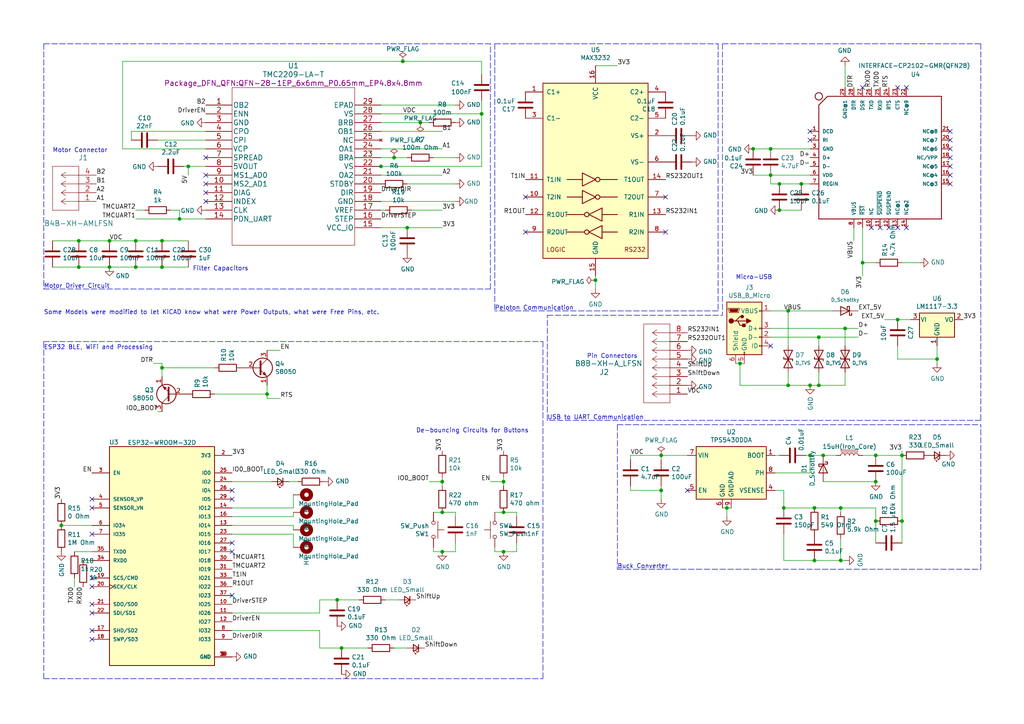
<source format=kicad_sch>
(kicad_sch (version 20211123) (generator eeschema)
  (paper "A4")
  (title_block (title "SmartSpin2k") (rev "Prototype") (company "GitHub") (comment 1 "Design by: Alex Quilty and Xymon Aesquivel") (comment 2 "Owner: Anthony Doud"))
  (junction (at 22.86 77.47))
  (junction (at 236.22 147.32))
  (junction (at 237.49 111.76))
  (junction (at 228.6 90.17))
  (junction (at 250.19 76.2))
  (junction (at 237.49 97.79))
  (junction (at 139.7 33.02))
  (junction (at 254 132.08))
  (junction (at 77.47 114.3))
  (junction (at 236.22 162.56))
  (junction (at 254 151.13))
  (junction (at 227.33 147.32))
  (junction (at 228.6 111.76))
  (junction (at 46.99 69.85))
  (junction (at 46.99 106.68))
  (junction (at 116.84 17.78))
  (junction (at 261.62 151.13))
  (junction (at 39.37 69.85))
  (junction (at 191.77 142.24))
  (junction (at 234.95 132.08))
  (junction (at 146.05 148.59))
  (junction (at 226.06 53.34))
  (junction (at 243.84 147.32))
  (junction (at 121.92 35.56))
  (junction (at 223.52 43.18))
  (junction (at 31.75 69.85))
  (junction (at 146.05 139.7))
  (junction (at 232.41 53.34))
  (junction (at 218.44 43.18))
  (junction (at 146.05 160.02))
  (junction (at 214.63 105.41))
  (junction (at 243.84 162.56))
  (junction (at 110.49 48.26))
  (junction (at 54.61 48.26))
  (junction (at 39.37 77.47))
  (junction (at 172.72 81.28))
  (junction (at 260.35 92.71))
  (junction (at 254 139.7))
  (junction (at 128.27 148.59))
  (junction (at 261.62 132.08))
  (junction (at 99.06 187.96))
  (junction (at 114.3 45.72))
  (junction (at 226.06 60.96))
  (junction (at 118.11 66.04))
  (junction (at 17.78 152.4))
  (junction (at 22.86 69.85))
  (junction (at 191.77 132.08))
  (junction (at 245.11 95.25))
  (junction (at 223.52 50.8))
  (junction (at 31.75 77.47))
  (junction (at 128.27 139.7))
  (junction (at 97.79 173.99))
  (junction (at 271.78 104.14))
  (junction (at 210.82 147.32))
  (junction (at 128.27 160.02))
  (junction (at 238.76 132.08))
  (junction (at 46.99 77.47))
  (junction (at 234.95 111.76))
  (junction (at 52.07 63.5))
  (no_connect (at 262.89 25.4))
  (no_connect (at 152.4 67.31))
  (no_connect (at 260.35 66.04))
  (no_connect (at 26.67 170.18))
  (no_connect (at 234.95 38.1))
  (no_connect (at 59.69 55.88))
  (no_connect (at 67.31 144.78))
  (no_connect (at 26.67 177.8))
  (no_connect (at 275.59 43.18))
  (no_connect (at 260.35 25.4))
  (no_connect (at 255.27 66.04))
  (no_connect (at 275.59 40.64))
  (no_connect (at 275.59 53.34))
  (no_connect (at 199.39 142.24))
  (no_connect (at 59.69 45.72))
  (no_connect (at 252.73 66.04))
  (no_connect (at 193.04 57.15))
  (no_connect (at 223.52 100.33))
  (no_connect (at 67.31 157.48))
  (no_connect (at 257.81 66.04))
  (no_connect (at 234.95 40.64))
  (no_connect (at 26.67 144.78))
  (no_connect (at 193.04 67.31))
  (no_connect (at 250.19 25.4))
  (no_connect (at 275.59 45.72))
  (no_connect (at 26.67 185.42))
  (no_connect (at 275.59 50.8))
  (no_connect (at 275.59 38.1))
  (no_connect (at 59.69 53.34))
  (no_connect (at 26.67 154.94))
  (no_connect (at 275.59 48.26))
  (no_connect (at 67.31 160.02))
  (no_connect (at 262.89 66.04))
  (no_connect (at 26.67 182.88))
  (no_connect (at 152.4 57.15))
  (no_connect (at 26.67 167.64))
  (no_connect (at 67.31 172.72))
  (no_connect (at 59.69 58.42))
  (no_connect (at 67.31 142.24))
  (no_connect (at 26.67 175.26))
  (no_connect (at 26.67 147.32))
  (no_connect (at 59.69 50.8))
  (wire (pts (xy 227.33 162.56) (xy 236.22 162.56)))
  (wire (pts (xy 238.76 132.08) (xy 242.57 132.08)))
  (wire (pts (xy 260.35 92.71) (xy 264.16 92.71)))
  (wire (pts (xy 237.49 111.76) (xy 234.95 111.76)))
  (wire (pts (xy 59.69 38.1) (xy 38.1 38.1)))
  (wire (pts (xy 250.19 66.04) (xy 250.19 76.2)))
  (polyline (pts (xy 158.75 91.44) (xy 209.55 91.44)))
  (wire (pts (xy 125.73 158.75) (xy 125.73 160.02)))
  (wire (pts (xy 128.27 38.1) (xy 110.49 38.1)))
  (wire (pts (xy 261.62 130.81) (xy 261.62 132.08)))
  (wire (pts (xy 132.08 157.48) (xy 132.08 160.02)))
  (wire (pts (xy 110.49 33.02) (xy 139.7 33.02)))
  (wire (pts (xy 81.28 115.57) (xy 77.47 115.57)))
  (wire (pts (xy 226.06 60.96) (xy 232.41 60.96)))
  (wire (pts (xy 149.86 148.59) (xy 149.86 149.86)))
  (wire (pts (xy 256.54 92.71) (xy 260.35 92.71)))
  (wire (pts (xy 110.49 60.96) (xy 111.76 60.96)))
  (polyline (pts (xy 208.28 90.17) (xy 143.51 90.17)))
  (wire (pts (xy 114.3 45.72) (xy 110.49 45.72)))
  (wire (pts (xy 214.63 111.76) (xy 228.6 111.76)))
  (wire (pts (xy 143.51 160.02) (xy 146.05 160.02)))
  (wire (pts (xy 271.78 104.14) (xy 271.78 105.41)))
  (wire (pts (xy 232.41 53.34) (xy 226.06 53.34)))
  (wire (pts (xy 35.56 17.78) (xy 116.84 17.78)))
  (wire (pts (xy 210.82 147.32) (xy 212.09 147.32)))
  (wire (pts (xy 46.99 105.41) (xy 44.45 105.41)))
  (wire (pts (xy 35.56 43.18) (xy 59.69 43.18)))
  (wire (pts (xy 67.31 154.94) (xy 85.09 154.94)))
  (wire (pts (xy 45.72 40.64) (xy 59.69 40.64)))
  (wire (pts (xy 210.82 147.32) (xy 210.82 149.86)))
  (wire (pts (xy 118.11 45.72) (xy 114.3 45.72)))
  (wire (pts (xy 54.61 48.26) (xy 53.34 48.26)))
  (wire (pts (xy 132.08 58.42) (xy 110.49 58.42)))
  (polyline (pts (xy 12.7 99.06) (xy 157.48 99.06)))
  (wire (pts (xy 92.71 173.99) (xy 92.71 177.8)))
  (wire (pts (xy 237.49 97.79) (xy 223.52 97.79)))
  (polyline (pts (xy 179.07 123.19) (xy 179.07 165.1)))
  (wire (pts (xy 260.35 100.33) (xy 260.35 104.14)))
  (wire (pts (xy 22.86 77.47) (xy 31.75 77.47)))
  (wire (pts (xy 254 147.32) (xy 254 151.13)))
  (wire (pts (xy 46.99 106.68) (xy 46.99 105.41)))
  (wire (pts (xy 261.62 76.2) (xy 266.7 76.2)))
  (wire (pts (xy 234.95 137.16) (xy 234.95 132.08)))
  (wire (pts (xy 124.46 139.7) (xy 128.27 139.7)))
  (wire (pts (xy 85.09 147.32) (xy 67.31 147.32)))
  (wire (pts (xy 149.86 160.02) (xy 146.05 160.02)))
  (wire (pts (xy 250.19 132.08) (xy 254 132.08)))
  (wire (pts (xy 46.99 109.22) (xy 46.99 106.68)))
  (wire (pts (xy 227.33 142.24) (xy 227.33 147.32)))
  (wire (pts (xy 245.11 107.95) (xy 245.11 111.76)))
  (wire (pts (xy 143.51 158.75) (xy 143.51 160.02)))
  (wire (pts (xy 236.22 147.32) (xy 243.84 147.32)))
  (polyline (pts (xy 12.7 83.82) (xy 142.24 83.82)))
  (wire (pts (xy 52.07 63.5) (xy 39.37 63.5)))
  (wire (pts (xy 54.61 50.8) (xy 54.61 48.26)))
  (wire (pts (xy 128.27 43.18) (xy 110.49 43.18)))
  (wire (pts (xy 125.73 160.02) (xy 128.27 160.02)))
  (wire (pts (xy 85.09 148.59) (xy 85.09 149.86)))
  (wire (pts (xy 228.6 90.17) (xy 241.3 90.17)))
  (polyline (pts (xy 209.55 12.7) (xy 209.55 91.44)))
  (wire (pts (xy 118.11 66.04) (xy 128.27 66.04)))
  (wire (pts (xy 182.88 132.08) (xy 191.77 132.08)))
  (wire (pts (xy 224.79 142.24) (xy 227.33 142.24)))
  (wire (pts (xy 39.37 69.85) (xy 46.99 69.85)))
  (wire (pts (xy 142.24 139.7) (xy 146.05 139.7)))
  (wire (pts (xy 31.75 77.47) (xy 39.37 77.47)))
  (wire (pts (xy 224.79 132.08) (xy 226.06 132.08)))
  (wire (pts (xy 97.79 173.99) (xy 104.14 173.99)))
  (wire (pts (xy 248.92 95.25) (xy 245.11 95.25)))
  (polyline (pts (xy 12.7 196.85) (xy 157.48 196.85)))
  (wire (pts (xy 17.78 152.4) (xy 26.67 152.4)))
  (wire (pts (xy 233.68 132.08) (xy 234.95 132.08)))
  (polyline (pts (xy 284.48 165.1) (xy 284.48 123.19)))
  (wire (pts (xy 54.61 77.47) (xy 46.99 77.47)))
  (wire (pts (xy 223.52 43.18) (xy 234.95 43.18)))
  (wire (pts (xy 92.71 173.99) (xy 97.79 173.99)))
  (wire (pts (xy 271.78 100.33) (xy 271.78 104.14)))
  (wire (pts (xy 119.38 60.96) (xy 128.27 60.96)))
  (wire (pts (xy 214.63 105.41) (xy 213.36 105.41)))
  (polyline (pts (xy 12.7 196.85) (xy 12.7 99.06)))
  (wire (pts (xy 223.52 90.17) (xy 228.6 90.17)))
  (wire (pts (xy 254 151.13) (xy 254 157.48)))
  (wire (pts (xy 139.7 17.78) (xy 116.84 17.78)))
  (wire (pts (xy 227.33 154.94) (xy 227.33 162.56)))
  (wire (pts (xy 45.72 119.38) (xy 46.99 119.38)))
  (wire (pts (xy 199.39 132.08) (xy 191.77 132.08)))
  (wire (pts (xy 245.11 111.76) (xy 237.49 111.76)))
  (wire (pts (xy 132.08 148.59) (xy 132.08 149.86)))
  (wire (pts (xy 21.59 160.02) (xy 26.67 160.02)))
  (wire (pts (xy 31.75 69.85) (xy 39.37 69.85)))
  (wire (pts (xy 245.11 95.25) (xy 223.52 95.25)))
  (wire (pts (xy 128.27 138.43) (xy 128.27 139.7)))
  (polyline (pts (xy 157.48 99.06) (xy 157.48 196.85)))
  (wire (pts (xy 15.24 69.85) (xy 22.86 69.85)))
  (wire (pts (xy 85.09 152.4) (xy 85.09 153.67)))
  (wire (pts (xy 223.52 53.34) (xy 223.52 50.8)))
  (wire (pts (xy 191.77 132.08) (xy 191.77 133.35)))
  (wire (pts (xy 228.6 107.95) (xy 228.6 111.76)))
  (wire (pts (xy 83.82 139.7) (xy 86.36 139.7)))
  (wire (pts (xy 132.08 45.72) (xy 125.73 45.72)))
  (wire (pts (xy 260.35 104.14) (xy 271.78 104.14)))
  (wire (pts (xy 139.7 29.21) (xy 139.7 33.02)))
  (wire (pts (xy 243.84 147.32) (xy 243.84 148.59)))
  (wire (pts (xy 85.09 147.32) (xy 85.09 143.51)))
  (wire (pts (xy 228.6 90.17) (xy 228.6 100.33)))
  (wire (pts (xy 236.22 162.56) (xy 243.84 162.56)))
  (wire (pts (xy 85.09 154.94) (xy 85.09 158.75)))
  (wire (pts (xy 110.49 48.26) (xy 139.7 48.26)))
  (wire (pts (xy 261.62 132.08) (xy 261.62 151.13)))
  (wire (pts (xy 149.86 157.48) (xy 149.86 160.02)))
  (wire (pts (xy 54.61 69.85) (xy 46.99 69.85)))
  (wire (pts (xy 146.05 140.97) (xy 146.05 139.7)))
  (wire (pts (xy 59.69 63.5) (xy 52.07 63.5)))
  (wire (pts (xy 22.86 69.85) (xy 31.75 69.85)))
  (wire (pts (xy 228.6 111.76) (xy 234.95 111.76)))
  (wire (pts (xy 223.52 50.8) (xy 234.95 50.8)))
  (wire (pts (xy 247.65 66.04) (xy 247.65 69.85)))
  (polyline (pts (xy 12.7 12.7) (xy 142.24 12.7)))
  (wire (pts (xy 92.71 187.96) (xy 99.06 187.96)))
  (wire (pts (xy 248.92 97.79) (xy 237.49 97.79)))
  (wire (pts (xy 118.11 187.96) (xy 114.3 187.96)))
  (polyline (pts (xy 12.7 12.7) (xy 12.7 83.82)))
  (wire (pts (xy 143.51 148.59) (xy 146.05 148.59)))
  (wire (pts (xy 110.49 35.56) (xy 121.92 35.56)))
  (wire (pts (xy 35.56 17.78) (xy 35.56 43.18)))
  (wire (pts (xy 182.88 140.97) (xy 182.88 142.24)))
  (wire (pts (xy 132.08 53.34) (xy 118.11 53.34)))
  (wire (pts (xy 146.05 148.59) (xy 149.86 148.59)))
  (polyline (pts (xy 158.75 121.92) (xy 158.75 91.44)))
  (wire (pts (xy 110.49 66.04) (xy 118.11 66.04)))
  (wire (pts (xy 224.79 137.16) (xy 234.95 137.16)))
  (wire (pts (xy 139.7 21.59) (xy 139.7 17.78)))
  (wire (pts (xy 191.77 142.24) (xy 191.77 144.78)))
  (wire (pts (xy 234.95 132.08) (xy 238.76 132.08)))
  (wire (pts (xy 243.84 162.56) (xy 245.11 162.56)))
  (wire (pts (xy 209.55 147.32) (xy 210.82 147.32)))
  (wire (pts (xy 243.84 156.21) (xy 243.84 162.56)))
  (wire (pts (xy 243.84 147.32) (xy 254 147.32)))
  (wire (pts (xy 39.37 60.96) (xy 41.91 60.96)))
  (wire (pts (xy 234.95 53.34) (xy 232.41 53.34)))
  (wire (pts (xy 215.9 105.41) (xy 214.63 105.41)))
  (wire (pts (xy 172.72 80.01) (xy 172.72 81.28)))
  (wire (pts (xy 121.92 35.56) (xy 124.46 35.56)))
  (wire (pts (xy 182.88 142.24) (xy 191.77 142.24)))
  (wire (pts (xy 191.77 140.97) (xy 191.77 142.24)))
  (wire (pts (xy 15.24 77.47) (xy 22.86 77.47)))
  (wire (pts (xy 39.37 77.47) (xy 46.99 77.47)))
  (wire (pts (xy 128.27 140.97) (xy 128.27 139.7)))
  (polyline (pts (xy 143.51 12.7) (xy 208.28 12.7)))
  (polyline (pts (xy 179.07 123.19) (xy 284.48 123.19)))
  (polyline (pts (xy 142.24 83.82) (xy 142.24 12.7)))
  (wire (pts (xy 109.22 48.26) (xy 110.49 48.26)))
  (wire (pts (xy 128.27 148.59) (xy 132.08 148.59)))
  (wire (pts (xy 38.1 38.1) (xy 38.1 40.64)))
  (wire (pts (xy 67.31 139.7) (xy 78.74 139.7)))
  (wire (pts (xy 237.49 107.95) (xy 237.49 111.76)))
  (polyline (pts (xy 284.48 12.7) (xy 284.48 121.92)))
  (wire (pts (xy 62.23 106.68) (xy 46.99 106.68)))
  (wire (pts (xy 81.28 101.6) (xy 77.47 101.6)))
  (wire (pts (xy 128.27 50.8) (xy 110.49 50.8)))
  (wire (pts (xy 125.73 148.59) (xy 128.27 148.59)))
  (wire (pts (xy 237.49 97.79) (xy 237.49 100.33)))
  (wire (pts (xy 62.23 114.3) (xy 77.47 114.3)))
  (wire (pts (xy 223.52 43.18) (xy 218.44 43.18)))
  (wire (pts (xy 223.52 50.8) (xy 218.44 50.8)))
  (wire (pts (xy 132.08 160.02) (xy 128.27 160.02)))
  (wire (pts (xy 67.31 182.88) (xy 92.71 182.88)))
  (wire (pts (xy 245.11 19.05) (xy 245.11 25.4)))
  (wire (pts (xy 21.59 170.18) (xy 21.59 167.64)))
  (wire (pts (xy 115.57 173.99) (xy 111.76 173.99)))
  (wire (pts (xy 254 132.08) (xy 261.62 132.08)))
  (polyline (pts (xy 208.28 12.7) (xy 208.28 90.17)))
  (wire (pts (xy 172.72 19.05) (xy 179.07 19.05)))
  (wire (pts (xy 261.62 151.13) (xy 261.62 157.48)))
  (wire (pts (xy 67.31 149.86) (xy 85.09 149.86)))
  (polyline (pts (xy 284.48 121.92) (xy 158.75 121.92)))
  (polyline (pts (xy 179.07 165.1) (xy 284.48 165.1)))
  (wire (pts (xy 24.13 162.56) (xy 26.67 162.56)))
  (wire (pts (xy 172.72 81.28) (xy 172.72 83.82)))
  (wire (pts (xy 254 76.2) (xy 250.19 76.2)))
  (wire (pts (xy 182.88 132.08) (xy 182.88 133.35)))
  (wire (pts (xy 77.47 115.57) (xy 77.47 114.3)))
  (wire (pts (xy 110.49 30.48) (xy 132.08 30.48)))
  (polyline (pts (xy 209.55 12.7) (xy 284.48 12.7)))
  (wire (pts (xy 250.19 76.2) (xy 250.19 80.01)))
  (wire (pts (xy 99.06 187.96) (xy 106.68 187.96)))
  (wire (pts (xy 245.11 95.25) (xy 245.11 100.33)))
  (wire (pts (xy 52.07 60.96) (xy 52.07 63.5)))
  (wire (pts (xy 92.71 182.88) (xy 92.71 187.96)))
  (wire (pts (xy 54.61 48.26) (xy 59.69 48.26)))
  (wire (pts (xy 49.53 60.96) (xy 52.07 60.96)))
  (wire (pts (xy 85.09 152.4) (xy 67.31 152.4)))
  (wire (pts (xy 77.47 114.3) (xy 77.47 111.76)))
  (wire (pts (xy 139.7 33.02) (xy 139.7 48.26)))
  (polyline (pts (xy 143.51 12.7) (xy 143.51 90.17)))
  (wire (pts (xy 67.31 177.8) (xy 92.71 177.8)))
  (wire (pts (xy 236.22 147.32) (xy 227.33 147.32)))
  (wire (pts (xy 226.06 53.34) (xy 223.52 53.34)))
  (wire (pts (xy 146.05 138.43) (xy 146.05 139.7)))
  (wire (pts (xy 214.63 105.41) (xy 214.63 111.76)))
  (wire (pts (xy 238.76 139.7) (xy 254 139.7)))
  (text "Peloton Communication" (at 143.51 90.17 0) (effects (font (size 1.27 1.27)) (justify left bottom)))
  (text "Motor Connector" (at 15.24 44.45 0) (effects (font (size 1.27 1.27)) (justify left bottom)))
  (text "Buck Converter" (at 179.07 165.1 0) (effects (font (size 1.27 1.27)) (justify left bottom)))
  (text "De-bouncing Circuits for Buttons" (at 120.65 125.73 0) (effects (font (size 1.27 1.27)) (justify left bottom)))
  (text "ESP32 BLE, WiFi and Processing" (at 12.7 101.6 0) (effects (font (size 1.27 1.27)) (justify left bottom)))
  (text "USB to UART Communication" (at 158.75 121.92 0) (effects (font (size 1.27 1.27)) (justify left bottom)))
  (text "Pin Connectors" (at 170.18 104.14 0) (effects (font (size 1.27 1.27)) (justify left bottom)))
  (text "Some Models were modified to let KiCAD know what were Power Outputs, what were Free Pins, etc." (at 12.7 91.44 0) (effects (font (size 1.27 1.27)) (justify left bottom)))
  (text "Motor Driver Circuit" (at 12.7 83.82 0) (effects (font (size 1.27 1.27)) (justify left bottom)))
  (text "Filter Capacitors" (at 55.88 78.74 0) (effects (font (size 1.27 1.27)) (justify left bottom)))
  (text "Micro-USB" (at 213.36 81.28 0) (effects (font (size 1.27 1.27)) (justify left bottom)))
  (label "DTR" (at 247.65 25.4 90))
  (label "RTS" (at 257.81 25.4 90))
  (label "D+" (at 234.95 45.72 180))
  (label "RS232IN1" (at 193.04 62.23 0))
  (label "B1" (at 27.94 53.34 0))
  (label "VBUS" (at 247.65 69.85 270))
  (label "3V3" (at 279.4 92.71 0))
  (label "3V3" (at 250.19 80.01 270))
  (label "3V3" (at 128.27 66.04 0))
  (label "RXD0" (at 252.73 25.4 90))
  (label "D-" (at 248.92 97.79 0))
  (label "TMCUART2" (at 39.37 60.96 180))
  (label "DriverDIR" (at 110.49 55.88 0))
  (label "3V3" (at 128.27 130.81 90))
  (label "RS232IN1" (at 199.39 96.52 0))
  (label "R1OUT" (at 67.31 170.18 0))
  (label "ShiftUp" (at 199.39 106.68 0))
  (label "B2" (at 27.94 50.8 0))
  (label "RXD0" (at 24.13 170.18 270))
  (label "3V3" (at 261.62 130.81 180))
  (label "A1" (at 27.94 58.42 0))
  (label "3V3" (at 128.27 60.96 0))
  (label "TMCUART1" (at 67.31 162.56 0))
  (label "A1" (at 128.27 43.18 0))
  (label "3V3" (at 146.05 130.81 90))
  (label "ShiftDown" (at 199.39 109.22 0))
  (label "RS232OUT1" (at 199.39 99.06 0))
  (label "TMCUART1" (at 39.37 63.5 180))
  (label "TXD0" (at 255.27 25.4 90))
  (label "DriverSTEP" (at 110.49 63.5 0))
  (label "RS232OUT1" (at 193.04 52.07 0))
  (label "IO0_BOOT" (at 45.72 119.38 180))
  (label "DTR" (at 44.45 105.41 180))
  (label "VDC" (at 182.88 132.08 0))
  (label "VDC" (at 31.75 69.85 0))
  (label "D-" (at 234.95 48.26 180))
  (label "IO0_BOOT" (at 124.46 139.7 180))
  (label "ShiftDown" (at 123.19 187.96 0))
  (label "A2" (at 27.94 55.88 0))
  (label "ShiftUp" (at 120.65 173.99 0))
  (label "EXT_5V" (at 248.92 90.17 0))
  (label "DriverEN" (at 59.69 33.02 180))
  (label "VDC" (at 199.39 114.3 0))
  (label "3V3" (at 17.78 144.78 90))
  (label "EXT_5V" (at 256.54 92.71 180))
  (label "T1IN" (at 67.31 167.64 0))
  (label "VDC" (at 116.84 33.02 0))
  (label "RTS" (at 81.28 115.57 0))
  (label "DriverDIR" (at 67.31 185.42 0))
  (label "VBUS" (at 232.41 90.17 180))
  (label "TMCUART2" (at 67.31 165.1 0))
  (label "B1" (at 128.27 38.1 0))
  (label "DriverSTEP" (at 67.31 175.26 0))
  (label "D+" (at 248.92 95.25 0))
  (label "A2" (at 128.27 50.8 0))
  (label "EN" (at 142.24 139.7 180))
  (label "EN" (at 81.28 101.6 0))
  (label "5V" (at 54.61 50.8 270))
  (label "B2" (at 59.69 30.48 180))
  (label "R1OUT" (at 152.4 62.23 180))
  (label "DriverEN" (at 67.31 180.34 0))
  (label "3V3" (at 218.44 50.8 180))
  (label "3V3" (at 179.07 19.05 0))
  (label "3V3" (at 67.31 132.08 0))
  (label "T1IN" (at 152.4 52.07 180))
  (label "TXD0" (at 21.59 170.18 270))
  (label "IO0_BOOT" (at 67.31 137.16 0))
  (label "EN" (at 26.67 137.16 180))
  (symbol (lib_id "Regulator_Switching:TPS5430DDA") (at 212.09 137.16 0) (unit 1)
    (property "Reference" "U2" (at 212.09 125.2982 0))
    (property "Value" "TPS5430DDA" (at 212.09 127.6096 0))
    (property "Footprint" "Package_SO:SOIC-8-1EP_3.9x4.9mm_P1.27mm_EP2.514x3.2mm" (effects hide))
    (property "Datasheet" "http://www.ti.com/lit/ds/symlink/tps5430.pdf" (effects hide))
  )
  (symbol (lib_id "Device:D_Schottky") (at 238.76 135.89 270) (unit 1)
    (property "Reference" "D1" (at 233.2482 135.89 0))
    (property "Value" "D_Schottky" (at 235.5596 135.89 0))
    (property "Footprint" "LED_SMD:LED_0402_1005Metric" (effects hide))
  )
  (symbol (lib_id "Device:C") (at 227.33 151.13 0) (unit 1)
    (property "Reference" "C3" (at 230.251 149.9616 0) (effects (justify left)))
    (property "Value" "150pF" (at 230.251 152.273 0) (effects (justify left)))
    (property "Footprint" "Capacitor_SMD:C_0805_2012Metric" (effects hide))
  )
  (symbol (lib_id "Device:C") (at 229.87 132.08 90) (unit 1)
    (property "Reference" "C4" (at 228.7016 129.159 0) (effects (justify left)))
    (property "Value" "0.01uF" (at 232.41 130.81 0) (effects (justify left)))
    (property "Footprint" "Capacitor_SMD:C_0805_2012Metric" (effects hide))
  )
  (symbol (lib_id "Device:C") (at 254 135.89 0) (unit 1)
    (property "Reference" "C6" (at 256.921 134.7216 0) (effects (justify left)))
    (property "Value" "100uF" (at 256.921 137.033 0) (effects (justify left)))
    (property "Footprint" "Capacitor_SMD:C_0805_2012Metric" (effects hide))
  )
  (symbol (lib_id "Device:R") (at 236.22 151.13 0) (unit 1)
    (property "Reference" "R1" (at 237.998 149.9616 0) (effects (justify left)))
    (property "Value" "549 Ohm" (at 237.998 152.273 0) (effects (justify left)))
    (property "Footprint" "Resistor_SMD:R_0402_1005Metric" (effects hide))
  )
  (symbol (lib_id "Device:R") (at 243.84 152.4 0) (unit 1)
    (property "Reference" "R2" (at 245.618 151.2316 0) (effects (justify left)))
    (property "Value" "5.9k Ohm" (at 245.618 153.543 0) (effects (justify left)))
    (property "Footprint" "Resistor_SMD:R_0402_1005Metric" (effects hide))
  )
  (symbol (lib_id "Device:R") (at 257.81 151.13 90) (unit 1)
    (property "Reference" "R3" (at 256.6416 149.352 0) (effects (justify left)))
    (property "Value" "10k Ohm" (at 258.953 149.352 0) (effects (justify left)))
    (property "Footprint" "Resistor_SMD:R_0402_1005Metric" (effects hide))
  )
  (symbol (lib_id "Device:C") (at 257.81 157.48 90) (unit 1)
    (property "Reference" "C7" (at 256.6416 154.559 0) (effects (justify left)))
    (property "Value" "1.5 uF" (at 258.953 154.559 0) (effects (justify left)))
    (property "Footprint" "Capacitor_SMD:C_0805_2012Metric" (effects hide))
  )
  (symbol (lib_id "Device:C") (at 236.22 158.75 0) (unit 1)
    (property "Reference" "C5" (at 239.141 157.5816 0) (effects (justify left)))
    (property "Value" "0.1uF" (at 239.141 159.893 0) (effects (justify left)))
    (property "Footprint" "Capacitor_SMD:C_0402_1005Metric" (effects hide))
  )
  (symbol (lib_id "power:GND") (at 245.11 162.56 90) (unit 1)
    (property "Reference" "#PWR04" (effects hide))
    (property "Value" "GND" (at 249.5042 162.433 0))
  )
  (symbol (lib_id "power:GND") (at 254 139.7 0) (unit 1)
    (property "Reference" "#PWR05" (effects hide))
    (property "Value" "GND" (at 254.127 144.0942 0))
  )
  (symbol (lib_id "Device:C") (at 182.88 137.16 0) (unit 1)
    (property "Reference" "C1" (at 185.801 135.9916 0) (effects (justify left)))
    (property "Value" "4.7uF" (at 185.801 138.303 0) (effects (justify left)))
    (property "Footprint" "Capacitor_SMD:C_0805_2012Metric" (effects hide))
  )
  (symbol (lib_id "Device:C") (at 191.77 137.16 0) (unit 1)
    (property "Reference" "C2" (at 194.691 135.9916 0) (effects (justify left)))
    (property "Value" "100uF" (at 194.691 138.303 0) (effects (justify left)))
    (property "Footprint" "Capacitor_SMD:C_0805_2012Metric" (effects hide))
  )
  (symbol (lib_id "power:GND") (at 191.77 144.78 0) (unit 1)
    (property "Reference" "#PWR02" (effects hide))
    (property "Value" "GND" (at 191.897 149.1742 0))
  )
  (symbol (lib_id "power:GND") (at 210.82 149.86 0) (unit 1)
    (property "Reference" "#PWR03" (effects hide))
    (property "Value" "GND" (at 210.947 154.2542 0))
  )
  (symbol (lib_id "Device:R") (at 146.05 134.62 0) (unit 1)
    (property "Reference" "R5" (at 147.828 133.4516 0) (effects (justify left)))
    (property "Value" "10k" (at 147.828 135.763 0) (effects (justify left)))
    (property "Footprint" "Resistor_SMD:R_0402_1005Metric" (effects hide))
  )
  (symbol (lib_id "Device:C") (at 149.86 153.67 0) (unit 1)
    (property "Reference" "C15" (at 152.781 152.5016 0) (effects (justify left)))
    (property "Value" "1nF" (at 152.781 154.813 0) (effects (justify left)))
    (property "Footprint" "Capacitor_SMD:C_0805_2012Metric" (effects hide))
  )
  (symbol (lib_id "Device:R") (at 58.42 114.3 90) (unit 1)
    (property "Reference" "R9" (at 57.2516 112.522 0) (effects (justify left)))
    (property "Value" "10k" (at 59.563 112.522 0) (effects (justify left)))
    (property "Footprint" "Resistor_SMD:R_0402_1005Metric" (effects hide))
  )
  (symbol (lib_id "Device:R") (at 66.04 106.68 90) (unit 1)
    (property "Reference" "R10" (at 64.8716 104.902 0) (effects (justify left)))
    (property "Value" "10k" (at 67.183 104.902 0) (effects (justify left)))
    (property "Footprint" "Resistor_SMD:R_0402_1005Metric" (effects hide))
  )
  (symbol (lib_id "power:PWR_FLAG") (at 191.77 132.08 0) (unit 1)
    (property "Reference" "#FLG0103" (effects hide))
    (property "Value" "PWR_FLAG" (at 191.77 127.6858 0))
  )
  (symbol (lib_id "Device:LED_Small") (at 118.11 173.99 180) (unit 1)
    (property "Reference" "D3" (at 118.11 168.7322 0))
    (property "Value" "LED_Small" (at 118.11 171.0436 0))
    (property "Footprint" "LED_SMD:LED_0402_1005Metric" (effects hide))
  )
  (symbol (lib_id "Device:LED_Small") (at 120.65 187.96 180) (unit 1)
    (property "Reference" "D2" (at 120.65 182.7022 0))
    (property "Value" "LED_Small" (at 120.65 185.0136 0))
    (property "Footprint" "LED_SMD:LED_0402_1005Metric" (effects hide))
  )
  (symbol (lib_id "INTERFACE-CP2102-GMR_QFN28_:INTERFACE-CP2102-GMR(QFN28)") (at 255.27 45.72 0) (unit 1)
    (property "Reference" "U4" (at 264.16 21.59 0) (effects (justify left)))
    (property "Value" "INTERFACE-CP2102-GMR(QFN28)" (at 248.92 19.05 0) (effects (justify left)))
    (property "Footprint" "Package_DFN_QFN:QFN-28-1EP_5x5mm_P0.5mm_EP3.35x3.35mm_ThermalVias" (effects hide))
    (property "MPN" "CP2102-GMR" (effects hide))
  )
  (symbol (lib_id "Device:C") (at 218.44 46.99 180) (unit 1)
    (property "Reference" "C24" (at 215.519 48.1584 0) (effects (justify left)))
    (property "Value" "0.1uF" (at 215.519 45.847 0) (effects (justify left)))
    (property "Footprint" "Capacitor_SMD:C_0402_1005Metric" (effects hide))
  )
  (symbol (lib_id "Device:C") (at 152.4 30.48 180) (unit 1)
    (property "Reference" "C17" (at 149.479 31.6484 0) (effects (justify left)))
    (property "Value" "0.1uF" (at 149.479 29.337 0) (effects (justify left)))
    (property "Footprint" "Capacitor_SMD:C_0402_1005Metric" (effects hide))
  )
  (symbol (lib_id "Device:C") (at 193.04 30.48 180) (unit 1)
    (property "Reference" "C18" (at 190.119 31.6484 0) (effects (justify left)))
    (property "Value" "0.1uF" (at 190.119 29.337 0) (effects (justify left)))
    (property "Footprint" "Capacitor_SMD:C_0402_1005Metric" (effects hide))
  )
  (symbol (lib_id "Device:C") (at 226.06 57.15 0) (unit 1)
    (property "Reference" "C25" (at 228.981 55.9816 0) (effects (justify left)))
    (property "Value" "1.0uF" (at 228.981 58.293 0) (effects (justify left)))
    (property "Footprint" "Capacitor_SMD:C_0805_2012Metric" (effects hide))
  )
  (symbol (lib_id "Device:C") (at 232.41 57.15 0) (unit 1)
    (property "Reference" "C26" (at 235.331 55.9816 0) (effects (justify left)))
    (property "Value" "0.1uF" (at 235.331 58.293 0) (effects (justify left)))
    (property "Footprint" "Capacitor_SMD:C_0402_1005Metric" (effects hide))
  )
  (symbol (lib_id "Regulator_Linear:LM1117-3.3") (at 271.78 92.71 0) (unit 1)
    (property "Reference" "U6" (at 271.78 86.5632 0))
    (property "Value" "LM1117-3.3" (at 271.78 88.8746 0))
    (property "Footprint" "Package_TO_SOT_SMD:SOT-223-3_TabPin2" (effects hide))
    (property "Datasheet" "http://www.ti.com/lit/ds/symlink/lm1117.pdf" (effects hide))
  )
  (symbol (lib_id "Device:C") (at 260.35 96.52 180) (unit 1)
    (property "Reference" "C27" (at 264.16 96.52 90))
    (property "Value" "10uF" (at 256.2606 96.52 90))
    (property "Footprint" "Capacitor_SMD:C_0603_1608Metric" (effects hide))
  )
  (symbol (lib_id "power:GND") (at 271.78 105.41 0) (unit 1)
    (property "Reference" "#PWR018" (effects hide))
    (property "Value" "GND" (at 271.907 109.8042 0))
  )
  (symbol (lib_id "Switch:SW_Push") (at 143.51 153.67 90) (unit 1)
    (property "Reference" "SW4" (at 144.7292 152.5016 90) (effects (justify right)))
    (property "Value" "SW_Push" (at 144.7292 154.813 90) (effects (justify right)))
    (property "Footprint" "Button_Switch_SMD:SW_Push_SPST_NO_Alps_SKRK" (effects hide))
  )
  (symbol (lib_id "power:GND") (at 146.05 160.02 0) (unit 1)
    (property "Reference" "#PWR07" (effects hide))
    (property "Value" "GND" (at 146.177 164.4142 0))
  )
  (symbol (lib_id "power:GND") (at 67.31 190.5 90) (unit 1)
    (property "Reference" "#PWR010" (effects hide))
    (property "Value" "GND" (at 70.5612 190.373 90) (effects (justify right)))
  )
  (symbol (lib_id "Device:LED_Small") (at 271.78 132.08 180) (unit 1)
    (property "Reference" "D5" (at 271.78 126.8222 0))
    (property "Value" "LED_Small" (at 271.78 129.1336 0))
    (property "Footprint" "LED_SMD:LED_0402_1005Metric" (effects hide))
  )
  (symbol (lib_id "Device:R") (at 265.43 132.08 270) (unit 1)
    (property "Reference" "R23" (at 265.43 126.8222 90))
    (property "Value" "330" (at 265.43 129.1336 90))
    (property "Footprint" "Resistor_SMD:R_0402_1005Metric" (effects hide))
  )
  (symbol (lib_id "power:GND") (at 274.32 132.08 90) (unit 1)
    (property "Reference" "#PWR028" (effects hide))
    (property "Value" "GND" (at 273.05 134.62 90) (effects (justify right)))
  )
  (symbol (lib_id "power:GND") (at 226.06 60.96 270) (unit 1)
    (property "Reference" "#PWR033" (effects hide))
    (property "Value" "GND" (at 222.8088 61.087 90) (effects (justify right)))
  )
  (symbol (lib_id "power:GND") (at 218.44 43.18 270) (unit 1)
    (property "Reference" "#PWR032" (effects hide))
    (property "Value" "GND" (at 215.1888 43.307 90) (effects (justify right)))
  )
  (symbol (lib_id "power:GND") (at 266.7 76.2 90) (unit 1)
    (property "Reference" "#PWR035" (effects hide))
    (property "Value" "GND" (at 269.9512 76.073 90) (effects (justify right)))
  )
  (symbol (lib_id "power:GND") (at 245.11 19.05 180) (unit 1)
    (property "Reference" "#PWR034" (effects hide))
    (property "Value" "GND" (at 244.983 14.6558 0))
  )
  (symbol (lib_id "Connector:USB_B_Micro") (at 215.9 95.25 0) (unit 1)
    (property "Reference" "J3" (at 217.3478 83.3882 0))
    (property "Value" "USB_B_Micro" (at 217.3478 85.6996 0))
    (property "Footprint" "Connector_USB:USB_Micro-B_Molex_47346-0001" (effects hide))
  )
  (symbol (lib_id "power:GND") (at 234.95 111.76 0) (unit 1)
    (property "Reference" "#PWR0104" (effects hide))
    (property "Value" "GND" (at 235.077 115.0112 90) (effects (justify right)))
  )
  (symbol (lib_id "Device:R") (at 17.78 156.21 180) (unit 1)
    (property "Reference" "R11" (at 19.558 155.0416 0) (effects (justify right)))
    (property "Value" "1M Ohm" (at 19.558 157.353 0) (effects (justify right)))
    (property "Footprint" "Resistor_SMD:R_0402_1005Metric" (effects hide))
  )
  (symbol (lib_id "power:GND") (at 17.78 160.02 0) (unit 1)
    (property "Reference" "#PWR0110" (effects hide))
    (property "Value" "GND" (at 17.907 163.2712 90) (effects (justify right)))
  )
  (symbol (lib_id "Device:R") (at 107.95 173.99 270) (unit 1)
    (property "Reference" "R12" (at 107.95 168.7322 90))
    (property "Value" "330 Ohm" (at 107.95 171.0436 90))
    (property "Footprint" "Resistor_SMD:R_0402_1005Metric" (effects hide))
  )
  (symbol (lib_id "Device:R") (at 110.49 187.96 270) (unit 1)
    (property "Reference" "R13" (at 110.49 182.7022 90))
    (property "Value" "330 Ohm" (at 110.49 185.0136 90))
    (property "Footprint" "Resistor_SMD:R_0402_1005Metric" (effects hide))
  )
  (symbol (lib_id "Mechanical:MountingHole_Pad") (at 87.63 143.51 270) (unit 1)
    (property "Reference" "H1" (at 88.8746 146.05 0) (effects (justify left)))
    (property "Value" "MountingHole_Pad" (at 86.5632 146.05 90) (effects (justify left)))
    (property "Footprint" "TestPoint:TestPoint_THTPad_D1.0mm_Drill0.5mm" (effects hide))
  )
  (symbol (lib_id "Mechanical:MountingHole_Pad") (at 87.63 148.59 270) (unit 1)
    (property "Reference" "H2" (at 88.8746 151.13 0) (effects (justify left)))
    (property "Value" "MountingHole_Pad" (at 86.5632 151.13 90) (effects (justify left)))
    (property "Footprint" "TestPoint:TestPoint_THTPad_D1.0mm_Drill0.5mm" (effects hide))
  )
  (symbol (lib_id "Mechanical:MountingHole_Pad") (at 87.63 153.67 270) (unit 1)
    (property "Reference" "H3" (at 88.8746 156.21 0) (effects (justify left)))
    (property "Value" "MountingHole_Pad" (at 86.5632 156.21 90) (effects (justify left)))
    (property "Footprint" "TestPoint:TestPoint_THTPad_D1.0mm_Drill0.5mm" (effects hide))
  )
  (symbol (lib_id "Mechanical:MountingHole_Pad") (at 87.63 158.75 270) (unit 1)
    (property "Reference" "H4" (at 88.8746 161.29 0) (effects (justify left)))
    (property "Value" "MountingHole_Pad" (at 86.5632 161.29 90) (effects (justify left)))
    (property "Footprint" "TestPoint:TestPoint_THTPad_D1.0mm_Drill0.5mm" (effects hide))
  )
  (symbol (lib_id "Device:R") (at 257.81 76.2 90) (unit 1)
    (property "Reference" "R14" (at 256.6416 74.422 0) (effects (justify left)))
    (property "Value" "4.7k Ohm" (at 258.953 74.422 0) (effects (justify left)))
    (property "Footprint" "Resistor_SMD:R_0402_1005Metric" (effects hide))
  )
  (symbol (lib_id "Device:R") (at 17.78 148.59 0) (unit 1)
    (property "Reference" "R15" (at 19.558 147.4216 0) (effects (justify left)))
    (property "Value" "0 Ohm" (at 19.558 149.733 0) (effects (justify left)))
    (property "Footprint" "Resistor_SMD:R_0402_1005Metric" (effects hide))
  )
  (symbol (lib_id "Device:LED_Small") (at 81.28 139.7 180) (unit 1)
    (property "Reference" "D4" (at 81.28 134.4422 0))
    (property "Value" "LED_Small" (at 81.28 136.7536 0))
    (property "Footprint" "LED_SMD:LED_0402_1005Metric" (effects hide))
  )
  (symbol (lib_id "Device:R") (at 90.17 139.7 270) (unit 1)
    (property "Reference" "R16" (at 90.17 134.4422 90))
    (property "Value" "330 Ohm" (at 90.17 136.7536 90))
    (property "Footprint" "Resistor_SMD:R_0402_1005Metric" (effects hide))
  )
  (symbol (lib_id "power:GND") (at 93.98 139.7 90) (unit 1)
    (property "Reference" "#PWR020" (effects hide))
    (property "Value" "GND" (at 97.2312 139.573 90) (effects (justify right)))
  )
  (symbol (lib_id "Transistor_BJT:2N2219") (at 49.53 114.3 180) (unit 1)
    (property "Reference" "Q3" (at 44.6786 113.1316 0) (effects (justify left)))
    (property "Value" "S8050" (at 44.6786 115.443 0) (effects (justify left)))
    (property "Footprint" "Package_TO_SOT_SMD:SOT-23" (effects hide))
    (property "Datasheet" "http://www.onsemi.com/pub_link/Collateral/2N2219-D.PDF" (effects hide))
  )
  (symbol (lib_id "Transistor_BJT:2N2219") (at 74.93 106.68 0) (unit 1)
    (property "Reference" "Q4" (at 79.756 105.5116 0) (effects (justify left)))
    (property "Value" "S8050" (at 79.756 107.823 0) (effects (justify left)))
    (property "Footprint" "Package_TO_SOT_SMD:SOT-23" (effects hide))
    (property "Datasheet" "http://www.onsemi.com/pub_link/Collateral/2N2219-D.PDF" (effects hide))
  )
  (symbol (lib_id "Device:R") (at 146.05 144.78 0) (unit 1)
    (property "Reference" "R17" (at 147.828 143.6116 0) (effects (justify left)))
    (property "Value" "470 ohm" (at 147.828 145.923 0) (effects (justify left)))
    (property "Footprint" "Resistor_SMD:R_0402_1005Metric" (effects hide))
  )
  (symbol (lib_id "Device:R") (at 21.59 163.83 0) (unit 1)
    (property "Reference" "R18" (at 23.368 162.6616 0) (effects (justify left)))
    (property "Value" "1k" (at 23.368 164.973 0) (effects (justify left)))
    (property "Footprint" "Resistor_SMD:R_0402_1005Metric" (effects hide))
  )
  (symbol (lib_id "Device:R") (at 24.13 166.37 0) (unit 1)
    (property "Reference" "R20" (at 25.908 165.2016 0) (effects (justify left)))
    (property "Value" "1k" (at 25.908 167.513 0) (effects (justify left)))
    (property "Footprint" "Resistor_SMD:R_0402_1005Metric" (effects hide))
  )
  (symbol (lib_id "Device:R") (at 128.27 134.62 0) (unit 1)
    (property "Reference" "R21" (at 130.048 133.4516 0) (effects (justify left)))
    (property "Value" "10k" (at 130.048 135.763 0) (effects (justify left)))
    (property "Footprint" "Resistor_SMD:R_0402_1005Metric" (effects hide))
  )
  (symbol (lib_id "Switch:SW_Push") (at 125.73 153.67 270) (unit 1)
    (property "Reference" "SW1" (at 124.5108 154.8384 90) (effects (justify right)))
    (property "Value" "SW_Push" (at 124.5108 152.527 90) (effects (justify right)))
    (property "Footprint" "Button_Switch_SMD:SW_Push_SPST_NO_Alps_SKRK" (effects hide))
  )
  (symbol (lib_id "power:GND") (at 128.27 160.02 0) (unit 1)
    (property "Reference" "#PWR08" (effects hide))
    (property "Value" "GND" (at 128.397 164.4142 0))
  )
  (symbol (lib_id "Device:C") (at 132.08 153.67 0) (unit 1)
    (property "Reference" "C16" (at 135.001 152.5016 0) (effects (justify left)))
    (property "Value" "1nF" (at 135.001 154.813 0) (effects (justify left)))
    (property "Footprint" "Capacitor_SMD:C_0805_2012Metric" (effects hide))
  )
  (symbol (lib_id "Device:R") (at 128.27 144.78 0) (unit 1)
    (property "Reference" "R22" (at 130.048 143.6116 0) (effects (justify left)))
    (property "Value" "470 ohm" (at 130.048 145.923 0) (effects (justify left)))
    (property "Footprint" "Resistor_SMD:R_0402_1005Metric" (effects hide))
  )
  (symbol (lib_id "Interface_UART:MAX3232") (at 172.72 49.53 0) (unit 1)
    (property "Reference" "U5" (at 172.72 14.4526 0))
    (property "Value" "MAX3232" (at 172.72 16.764 0))
    (property "Footprint" "MAX3232:MAX3232IPWR" (effects hide))
    (property "Datasheet" "https://datasheets.maximintegrated.com/en/ds/MAX3222-MAX3241.pdf" (effects hide))
  )
  (symbol (lib_id "Device:C") (at 97.79 177.8 0) (unit 1)
    (property "Reference" "C19" (at 100.711 176.6316 0) (effects (justify left)))
    (property "Value" "0.1uF" (at 100.711 178.943 0) (effects (justify left)))
    (property "Footprint" "Capacitor_SMD:C_0402_1005Metric" (effects hide))
  )
  (symbol (lib_id "Device:C") (at 99.06 191.77 0) (unit 1)
    (property "Reference" "C21" (at 101.981 190.6016 0) (effects (justify left)))
    (property "Value" "0.1uF" (at 101.981 192.913 0) (effects (justify left)))
    (property "Footprint" "Capacitor_SMD:C_0402_1005Metric" (effects hide))
  )
  (symbol (lib_id "power:GND") (at 99.06 195.58 90) (unit 1)
    (property "Reference" "#PWR011" (effects hide))
    (property "Value" "GND" (at 102.3112 195.453 90) (effects (justify right)))
  )
  (symbol (lib_id "power:GND") (at 97.79 181.61 90) (unit 1)
    (property "Reference" "#PWR09" (effects hide))
    (property "Value" "GND" (at 101.0412 181.483 90) (effects (justify right)))
  )
  (symbol (lib_id "Device:C") (at 196.85 39.37 90) (unit 1)
    (property "Reference" "C20" (at 195.6816 36.449 0) (effects (justify left)))
    (property "Value" "0.1uF" (at 197.993 36.449 0) (effects (justify left)))
    (property "Footprint" "Capacitor_SMD:C_0402_1005Metric" (effects hide))
  )
  (symbol (lib_id "Device:C") (at 196.85 46.99 90) (unit 1)
    (property "Reference" "C22" (at 195.6816 44.069 0) (effects (justify left)))
    (property "Value" "0.1uF" (at 197.993 44.069 0) (effects (justify left)))
    (property "Footprint" "Capacitor_SMD:C_0402_1005Metric" (effects hide))
  )
  (symbol (lib_id "power:GND") (at 200.66 39.37 90) (unit 1)
    (property "Reference" "#PWR0115" (effects hide))
    (property "Value" "GND" (at 203.9112 39.243 90) (effects (justify right)))
  )
  (symbol (lib_id "power:GND") (at 200.66 46.99 90) (unit 1)
    (property "Reference" "#PWR0116" (effects hide))
    (property "Value" "GND" (at 203.9112 46.863 90) (effects (justify right)))
  )
  (symbol (lib_id "Device:C") (at 223.52 46.99 0) (unit 1)
    (property "Reference" "C23" (at 226.441 45.8216 0) (effects (justify left)))
    (property "Value" "4.7uF" (at 226.441 48.133 0) (effects (justify left)))
    (property "Footprint" "Capacitor_SMD:C_0805_2012Metric" (effects hide))
  )
  (symbol (lib_id "Device:C") (at 46.99 73.66 0) (unit 1)
    (property "Reference" "C29" (at 49.911 72.4916 0) (effects (justify left)))
    (property "Value" "100uF" (at 49.911 74.803 0) (effects (justify left)))
    (property "Footprint" "Capacitor_SMD:C_0805_2012Metric" (effects hide))
  )
  (symbol (lib_id "power:GND") (at 59.69 60.96 270) (unit 1)
    (property "Reference" "#PWR019" (effects hide))
    (property "Value" "GND" (at 56.4388 61.087 90) (effects (justify right)))
  )
  (symbol (lib_id "Device:R") (at 45.72 60.96 270) (unit 1)
    (property "Reference" "R4" (at 45.72 55.7022 90))
    (property "Value" "1k" (at 45.72 58.0136 90))
    (property "Footprint" "Resistor_SMD:R_0402_1005Metric" (effects hide))
  )
  (symbol (lib_id "Device:L_Iron") (at 246.38 132.08 90) (unit 1)
    (property "Reference" "L1" (at 246.38 126.9832 90))
    (property "Value" "15uH(Iron_Core)" (at 246.38 129.5201 90))
    (property "Footprint" "Inductor_SMD_Extra:L_SXN_SMDRI127_150MT" (effects hide))
  )
  (symbol (lib_id "power:GND") (at 132.08 58.42 90) (unit 1)
    (property "Reference" "#PWR025" (effects hide))
    (property "Value" "GND" (at 134.62 58.42 90) (effects (justify right)))
  )
  (symbol (lib_id "Device:C") (at 49.53 48.26 270) (unit 1)
    (property "Reference" "C12" (at 49.53 41.8592 90))
    (property "Value" "2.2uF" (at 49.53 44.1706 90))
    (property "Footprint" "Capacitor_SMD:C_0805_2012Metric" (effects hide))
  )
  (symbol (lib_id "power:GND") (at 31.75 77.47 0) (unit 1)
    (property "Reference" "#PWR06" (effects hide))
    (property "Value" "GND" (at 35.56 80.01 0))
  )
  (symbol (lib_id "ESP32-WROOM-32D:ESP32-WROOM-32D") (at 46.99 160.02 0) (unit 1)
    (property "Reference" "U3" (at 33.02 128.27 0))
    (property "Value" "ESP32-WROOM-32D" (at 46.99 128.3771 0))
    (property "Footprint" "RF_Module:ESP32-WROOM-32" (effects hide))
    (property "MAXIMUM_PACKAGE_HEIGHT" "3.2 mm" (effects hide))
    (property "PARTREV" "1.9" (effects hide))
    (property "STANDARD" "Manufacturer Recommendations" (effects hide))
    (property "MANUFACTURER" "Espressif Systems" (effects hide))
  )
  (symbol (lib_name "D_Schottky_1") (lib_id "Device:D_Schottky") (at 245.11 90.17 180) (unit 1)
    (property "Reference" "D6" (at 245.11 84.6582 0))
    (property "Value" "D_Schottky" (at 245.11 86.9696 0) (effects (font (size 1 1))))
    (property "Footprint" "Diode_SMD:D_SOD-323" (effects hide))
  )
  (symbol (lib_id "Device:C") (at 22.86 73.66 0) (unit 1)
    (property "Reference" "C8" (at 25.781 72.4916 0) (effects (justify left)))
    (property "Value" "10uF" (at 25.781 74.803 0) (effects (justify left)))
    (property "Footprint" "Capacitor_SMD:C_0402_1005Metric" (effects hide))
  )
  (symbol (lib_id "power:GND") (at 132.08 45.72 90) (unit 1)
    (property "Reference" "#PWR030" (effects hide))
    (property "Value" "GND" (at 135.3312 45.593 90) (effects (justify right)))
  )
  (symbol (lib_id "power:PWR_FLAG") (at 114.3 45.72 0) (unit 1)
    (property "Reference" "#FLG0102" (effects hide))
    (property "Value" "PWR_FLAG" (at 113.03 40.64 0) (effects (justify left)))
  )
  (symbol (lib_id "power:GND") (at 132.08 30.48 90) (unit 1)
    (property "Reference" "#PWR024" (effects hide))
    (property "Value" "GND" (at 135.3312 30.353 90) (effects (justify right)))
  )
  (symbol (lib_id "B4B_Connector:B4B-XH-AMLFSN") (at 27.94 58.42 180) (unit 1)
    (property "Reference" "J1" (at 24.13 45.72 0) (effects (font (size 1.524 1.524))))
    (property "Value" "B4B-XH-AMLFSN" (at 22.86 64.77 0) (effects (font (size 1.524 1.524))))
    (property "Footprint" "Connector_JST:JST_EH_B4B-EH-A_1x04_P2.50mm_Vertical" (effects hide))
  )
  (symbol (lib_id "Device:C") (at 39.37 73.66 0) (unit 1)
    (property "Reference" "C11" (at 42.291 72.4916 0) (effects (justify left)))
    (property "Value" "100nF" (at 42.291 74.803 0) (effects (justify left)))
    (property "Footprint" "Capacitor_SMD:C_0603_1608Metric" (effects hide))
  )
  (symbol (lib_id "Device:C") (at 139.7 25.4 180) (unit 1)
    (property "Reference" "C14" (at 130.81 24.13 0) (effects (justify right)))
    (property "Value" "100nF" (at 130.81 26.67 0) (effects (justify right)))
    (property "Footprint" "Capacitor_SMD:C_0402_1005Metric" (effects hide))
  )
  (symbol (lib_id "power:GND") (at 199.39 104.14 90) (unit 1)
    (property "Reference" "#PWR0102" (effects hide))
    (property "Value" "GND" (at 202.565 104.5738 90) (effects (justify right)))
  )
  (symbol (lib_id "Device:C") (at 31.75 73.66 0) (unit 1)
    (property "Reference" "C9" (at 34.671 72.4916 0) (effects (justify left)))
    (property "Value" "100nF" (at 34.671 74.803 0) (effects (justify left)))
    (property "Footprint" "Capacitor_SMD:C_0805_2012Metric" (effects hide))
  )
  (symbol (lib_id "Device:R") (at 121.92 45.72 270) (unit 1)
    (property "Reference" "R7" (at 121.92 40.4622 90))
    (property "Value" "100m Ohm" (at 121.92 42.7736 90))
    (property "Footprint" "Resistor_SMD:R_0402_1005Metric" (effects hide))
  )
  (symbol (lib_id "power:PWR_FLAG") (at 116.84 17.78 0) (unit 1)
    (property "Reference" "#FLG0101" (effects hide))
    (property "Value" "PWR_FLAG" (at 116.84 14.2042 0))
  )
  (symbol (lib_id "Device:R") (at 114.3 53.34 270) (unit 1)
    (property "Reference" "R6" (at 114.3 48.0822 90))
    (property "Value" "100k" (at 114.3 50.3936 90))
    (property "Footprint" "Resistor_SMD:R_0402_1005Metric" (effects hide))
  )
  (symbol (lib_id "Device:D_TVS") (at 228.6 104.14 270) (unit 1)
    (property "Reference" "D7" (at 230.632 102.9716 90) (effects (justify left)))
    (property "Value" "D_TVS" (at 230.632 105.283 90) (effects (font (size 1 1)) (justify left)))
    (property "Footprint" "Diode_SMD:D_SOD-523" (effects hide))
  )
  (symbol (lib_id "power:PWR_FLAG") (at 121.92 35.56 180) (unit 1)
    (property "Reference" "#FLG0104" (effects hide))
    (property "Value" "PWR_FLAG" (at 121.92 34.29 0))
  )
  (symbol (lib_id "Device:C") (at 54.61 73.66 0) (unit 1)
    (property "Reference" "C30" (at 57.531 72.4916 0) (effects (justify left)))
    (property "Value" "1uF" (at 57.531 74.803 0) (effects (justify left)))
    (property "Footprint" "Capacitor_SMD:C_0402_1005Metric" (effects hide))
  )
  (symbol (lib_id "power:GND") (at 199.39 101.6 90) (unit 1)
    (property "Reference" "#PWR0103" (effects hide))
    (property "Value" "GND" (at 202.565 102.0338 90) (effects (justify right)))
  )
  (symbol (lib_id "power:PWR_FLAG") (at 172.72 81.28 90) (unit 1)
    (property "Reference" "#FLG0105" (effects hide))
    (property "Value" "PWR_FLAG" (at 169.5451 81.7138 90) (effects (justify left)))
  )
  (symbol (lib_id "Device:C") (at 15.24 73.66 0) (unit 1)
    (property "Reference" "C28" (at 18.161 72.4916 0) (effects (justify left)))
    (property "Value" "10uF" (at 18.161 74.803 0) (effects (justify left)))
    (property "Footprint" "Capacitor_SMD:C_0805_2012Metric" (effects hide))
  )
  (symbol (lib_id "TMC2209:TMC2209-LA-T") (at 59.69 30.48 0) (unit 1)
    (property "Reference" "U1" (at 85.09 19.05 0) (effects (font (size 1.524 1.524))))
    (property "Value" "TMC2209-LA-T" (at 85.09 21.59 0) (effects (font (size 1.524 1.524))))
    (property "Footprint" "Package_DFN_QFN:QFN-28-1EP_6x6mm_P0.65mm_EP4.8x4.8mm" (at 85.09 24.13 0) (effects (font (size 1.524 1.524))))
  )
  (symbol (lib_name "B8B-XH-A_LFSN_1") (lib_id "B8B_Connector:B8B-XH-A_LFSN") (at 199.39 114.3 180) (unit 1)
    (property "Reference" "J2" (at 175.26 107.95 0) (effects (font (size 1.524 1.524))))
    (property "Value" "B8B-XH-A_LFSN" (at 176.53 105.41 0) (effects (font (size 1.524 1.524))))
    (property "Footprint" "Connector_JST:JST_EH_B8B-EH-A_1x08_P2.50mm_Vertical" (effects hide))
  )
  (symbol (lib_id "power:GND") (at 59.69 35.56 270) (unit 1)
    (property "Reference" "#PWR017" (effects hide))
    (property "Value" "GND" (at 56.4388 35.687 90) (effects (justify right)))
  )
  (symbol (lib_id "power:GND") (at 172.72 83.82 0) (unit 1)
    (property "Reference" "#PWR0105" (effects hide))
    (property "Value" "GND" (at 172.72 88.2634 0))
  )
  (symbol (lib_id "power:GND") (at 132.08 35.56 90) (unit 1)
    (property "Reference" "#PWR031" (effects hide))
    (property "Value" "GND" (at 135.3312 35.433 90) (effects (justify right)))
  )
  (symbol (lib_id "power:GND") (at 199.39 111.76 90) (unit 1)
    (property "Reference" "#PWR0101" (effects hide))
    (property "Value" "GND" (at 202.565 112.1938 90) (effects (justify right)))
  )
  (symbol (lib_id "Device:D_TVS") (at 237.49 104.14 270) (unit 1)
    (property "Reference" "D8" (at 239.522 102.9716 90) (effects (justify left)))
    (property "Value" "D_TVS" (at 239.522 105.283 90) (effects (font (size 1 1)) (justify left)))
    (property "Footprint" "Diode_SMD:D_SOD-523" (effects hide))
  )
  (symbol (lib_id "power:GND") (at 118.11 73.66 0) (unit 1)
    (property "Reference" "#PWR023" (effects hide))
    (property "Value" "GND" (at 118.237 78.0542 0))
  )
  (symbol (lib_id "power:GND") (at 45.72 48.26 270) (unit 1)
    (property "Reference" "#PWR012" (effects hide))
    (property "Value" "GND" (at 42.4688 48.387 90) (effects (justify right)))
  )
  (symbol (lib_id "Device:C") (at 118.11 69.85 0) (unit 1)
    (property "Reference" "C13" (at 111.7092 69.85 90))
    (property "Value" "100nF" (at 114.0206 69.85 90))
    (property "Footprint" "Capacitor_SMD:C_0402_1005Metric" (effects hide))
  )
  (symbol (lib_id "Device:D_TVS") (at 245.11 104.14 270) (unit 1)
    (property "Reference" "D9" (at 247.142 102.9716 90) (effects (justify left)))
    (property "Value" "D_TVS" (at 247.142 105.283 90) (effects (font (size 1 1)) (justify left)))
    (property "Footprint" "Diode_SMD:D_SOD-523" (effects hide))
  )
  (symbol (lib_id "Device:R") (at 128.27 35.56 270) (unit 1)
    (property "Reference" "R8" (at 128.27 30.3022 90))
    (property "Value" "100m" (at 128.27 32.6136 90))
    (property "Footprint" "Resistor_SMD:R_0402_1005Metric" (effects hide))
  )
  (symbol (lib_id "Device:R") (at 115.57 60.96 270) (unit 1)
    (property "Reference" "R19" (at 115.57 55.7022 90))
    (property "Value" "10k" (at 115.57 58.0136 90))
    (property "Footprint" "Resistor_SMD:R_0402_1005Metric" (effects hide))
  )
  (symbol (lib_id "Device:C") (at 41.91 40.64 270) (unit 1)
    (property "Reference" "C10" (at 41.91 34.2392 90))
    (property "Value" "22nF" (at 41.91 36.5506 90))
    (property "Footprint" "Capacitor_SMD:C_0805_2012Metric" (effects hide))
  )
  (symbol (lib_id "power:GND") (at 132.08 53.34 90) (unit 1)
    (property "Reference" "#PWR029" (effects hide))
    (property "Value" "GND" (at 135.3312 53.213 90) (effects (justify right)))
  )
)
</source>
